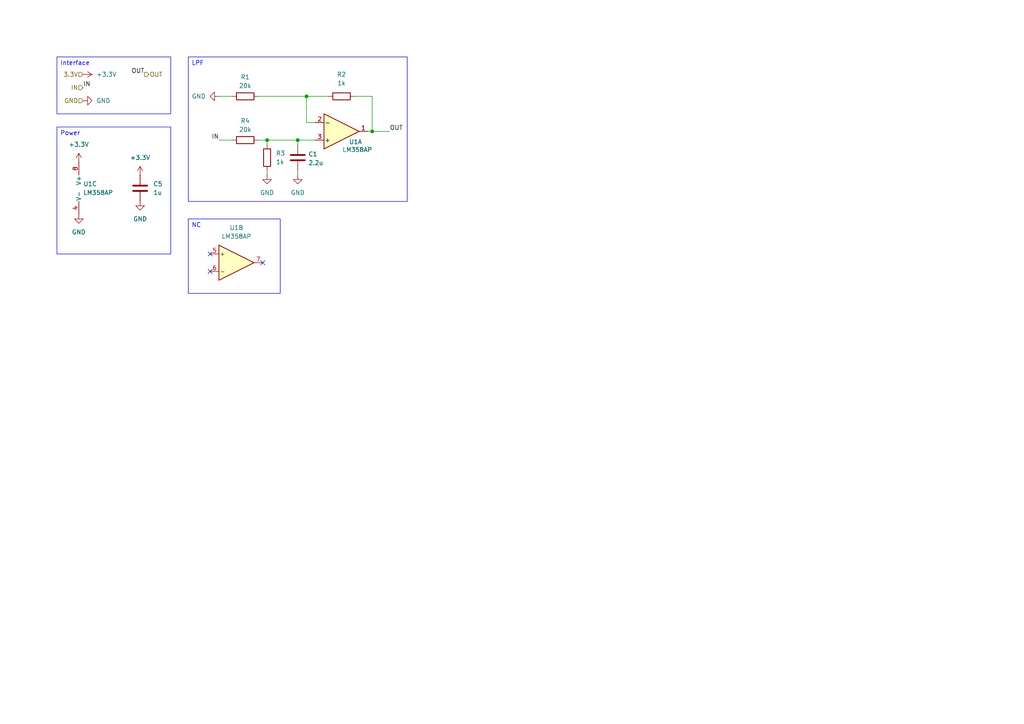
<source format=kicad_sch>
(kicad_sch
	(version 20231120)
	(generator "eeschema")
	(generator_version "8.0")
	(uuid "f7e6727f-1e7b-492c-8aab-3d69ffb0b398")
	(paper "A4")
	(title_block
		(title "Nuclear Buck Converter")
		(date "2025-03-02")
		(rev "v1")
		(company "University of Windsor")
		(comment 1 "Sahana Jayatilaka")
		(comment 2 "Gavin Feher")
		(comment 3 "Collin O'Brien")
	)
	(lib_symbols
		(symbol "Amplifier_Operational:LM358"
			(pin_names
				(offset 0.127)
			)
			(exclude_from_sim no)
			(in_bom yes)
			(on_board yes)
			(property "Reference" "U"
				(at 0 5.08 0)
				(effects
					(font
						(size 1.27 1.27)
					)
					(justify left)
				)
			)
			(property "Value" "LM358"
				(at 0 -5.08 0)
				(effects
					(font
						(size 1.27 1.27)
					)
					(justify left)
				)
			)
			(property "Footprint" ""
				(at 0 0 0)
				(effects
					(font
						(size 1.27 1.27)
					)
					(hide yes)
				)
			)
			(property "Datasheet" "http://www.ti.com/lit/ds/symlink/lm2904-n.pdf"
				(at 0 0 0)
				(effects
					(font
						(size 1.27 1.27)
					)
					(hide yes)
				)
			)
			(property "Description" "Low-Power, Dual Operational Amplifiers, DIP-8/SOIC-8/TO-99-8"
				(at 0 0 0)
				(effects
					(font
						(size 1.27 1.27)
					)
					(hide yes)
				)
			)
			(property "ki_locked" ""
				(at 0 0 0)
				(effects
					(font
						(size 1.27 1.27)
					)
				)
			)
			(property "ki_keywords" "dual opamp"
				(at 0 0 0)
				(effects
					(font
						(size 1.27 1.27)
					)
					(hide yes)
				)
			)
			(property "ki_fp_filters" "SOIC*3.9x4.9mm*P1.27mm* DIP*W7.62mm* TO*99* OnSemi*Micro8* TSSOP*3x3mm*P0.65mm* TSSOP*4.4x3mm*P0.65mm* MSOP*3x3mm*P0.65mm* SSOP*3.9x4.9mm*P0.635mm* LFCSP*2x2mm*P0.5mm* *SIP* SOIC*5.3x6.2mm*P1.27mm*"
				(at 0 0 0)
				(effects
					(font
						(size 1.27 1.27)
					)
					(hide yes)
				)
			)
			(symbol "LM358_1_1"
				(polyline
					(pts
						(xy -5.08 5.08) (xy 5.08 0) (xy -5.08 -5.08) (xy -5.08 5.08)
					)
					(stroke
						(width 0.254)
						(type default)
					)
					(fill
						(type background)
					)
				)
				(pin output line
					(at 7.62 0 180)
					(length 2.54)
					(name "~"
						(effects
							(font
								(size 1.27 1.27)
							)
						)
					)
					(number "1"
						(effects
							(font
								(size 1.27 1.27)
							)
						)
					)
				)
				(pin input line
					(at -7.62 -2.54 0)
					(length 2.54)
					(name "-"
						(effects
							(font
								(size 1.27 1.27)
							)
						)
					)
					(number "2"
						(effects
							(font
								(size 1.27 1.27)
							)
						)
					)
				)
				(pin input line
					(at -7.62 2.54 0)
					(length 2.54)
					(name "+"
						(effects
							(font
								(size 1.27 1.27)
							)
						)
					)
					(number "3"
						(effects
							(font
								(size 1.27 1.27)
							)
						)
					)
				)
			)
			(symbol "LM358_2_1"
				(polyline
					(pts
						(xy -5.08 5.08) (xy 5.08 0) (xy -5.08 -5.08) (xy -5.08 5.08)
					)
					(stroke
						(width 0.254)
						(type default)
					)
					(fill
						(type background)
					)
				)
				(pin input line
					(at -7.62 2.54 0)
					(length 2.54)
					(name "+"
						(effects
							(font
								(size 1.27 1.27)
							)
						)
					)
					(number "5"
						(effects
							(font
								(size 1.27 1.27)
							)
						)
					)
				)
				(pin input line
					(at -7.62 -2.54 0)
					(length 2.54)
					(name "-"
						(effects
							(font
								(size 1.27 1.27)
							)
						)
					)
					(number "6"
						(effects
							(font
								(size 1.27 1.27)
							)
						)
					)
				)
				(pin output line
					(at 7.62 0 180)
					(length 2.54)
					(name "~"
						(effects
							(font
								(size 1.27 1.27)
							)
						)
					)
					(number "7"
						(effects
							(font
								(size 1.27 1.27)
							)
						)
					)
				)
			)
			(symbol "LM358_3_1"
				(pin power_in line
					(at -2.54 -7.62 90)
					(length 3.81)
					(name "V-"
						(effects
							(font
								(size 1.27 1.27)
							)
						)
					)
					(number "4"
						(effects
							(font
								(size 1.27 1.27)
							)
						)
					)
				)
				(pin power_in line
					(at -2.54 7.62 270)
					(length 3.81)
					(name "V+"
						(effects
							(font
								(size 1.27 1.27)
							)
						)
					)
					(number "8"
						(effects
							(font
								(size 1.27 1.27)
							)
						)
					)
				)
			)
		)
		(symbol "Device:C"
			(pin_numbers hide)
			(pin_names
				(offset 0.254)
			)
			(exclude_from_sim no)
			(in_bom yes)
			(on_board yes)
			(property "Reference" "C"
				(at 0.635 2.54 0)
				(effects
					(font
						(size 1.27 1.27)
					)
					(justify left)
				)
			)
			(property "Value" "C"
				(at 0.635 -2.54 0)
				(effects
					(font
						(size 1.27 1.27)
					)
					(justify left)
				)
			)
			(property "Footprint" ""
				(at 0.9652 -3.81 0)
				(effects
					(font
						(size 1.27 1.27)
					)
					(hide yes)
				)
			)
			(property "Datasheet" "~"
				(at 0 0 0)
				(effects
					(font
						(size 1.27 1.27)
					)
					(hide yes)
				)
			)
			(property "Description" "Unpolarized capacitor"
				(at 0 0 0)
				(effects
					(font
						(size 1.27 1.27)
					)
					(hide yes)
				)
			)
			(property "ki_keywords" "cap capacitor"
				(at 0 0 0)
				(effects
					(font
						(size 1.27 1.27)
					)
					(hide yes)
				)
			)
			(property "ki_fp_filters" "C_*"
				(at 0 0 0)
				(effects
					(font
						(size 1.27 1.27)
					)
					(hide yes)
				)
			)
			(symbol "C_0_1"
				(polyline
					(pts
						(xy -2.032 -0.762) (xy 2.032 -0.762)
					)
					(stroke
						(width 0.508)
						(type default)
					)
					(fill
						(type none)
					)
				)
				(polyline
					(pts
						(xy -2.032 0.762) (xy 2.032 0.762)
					)
					(stroke
						(width 0.508)
						(type default)
					)
					(fill
						(type none)
					)
				)
			)
			(symbol "C_1_1"
				(pin passive line
					(at 0 3.81 270)
					(length 2.794)
					(name "~"
						(effects
							(font
								(size 1.27 1.27)
							)
						)
					)
					(number "1"
						(effects
							(font
								(size 1.27 1.27)
							)
						)
					)
				)
				(pin passive line
					(at 0 -3.81 90)
					(length 2.794)
					(name "~"
						(effects
							(font
								(size 1.27 1.27)
							)
						)
					)
					(number "2"
						(effects
							(font
								(size 1.27 1.27)
							)
						)
					)
				)
			)
		)
		(symbol "Device:R"
			(pin_numbers hide)
			(pin_names
				(offset 0)
			)
			(exclude_from_sim no)
			(in_bom yes)
			(on_board yes)
			(property "Reference" "R"
				(at 2.032 0 90)
				(effects
					(font
						(size 1.27 1.27)
					)
				)
			)
			(property "Value" "R"
				(at 0 0 90)
				(effects
					(font
						(size 1.27 1.27)
					)
				)
			)
			(property "Footprint" ""
				(at -1.778 0 90)
				(effects
					(font
						(size 1.27 1.27)
					)
					(hide yes)
				)
			)
			(property "Datasheet" "~"
				(at 0 0 0)
				(effects
					(font
						(size 1.27 1.27)
					)
					(hide yes)
				)
			)
			(property "Description" "Resistor"
				(at 0 0 0)
				(effects
					(font
						(size 1.27 1.27)
					)
					(hide yes)
				)
			)
			(property "ki_keywords" "R res resistor"
				(at 0 0 0)
				(effects
					(font
						(size 1.27 1.27)
					)
					(hide yes)
				)
			)
			(property "ki_fp_filters" "R_*"
				(at 0 0 0)
				(effects
					(font
						(size 1.27 1.27)
					)
					(hide yes)
				)
			)
			(symbol "R_0_1"
				(rectangle
					(start -1.016 -2.54)
					(end 1.016 2.54)
					(stroke
						(width 0.254)
						(type default)
					)
					(fill
						(type none)
					)
				)
			)
			(symbol "R_1_1"
				(pin passive line
					(at 0 3.81 270)
					(length 1.27)
					(name "~"
						(effects
							(font
								(size 1.27 1.27)
							)
						)
					)
					(number "1"
						(effects
							(font
								(size 1.27 1.27)
							)
						)
					)
				)
				(pin passive line
					(at 0 -3.81 90)
					(length 1.27)
					(name "~"
						(effects
							(font
								(size 1.27 1.27)
							)
						)
					)
					(number "2"
						(effects
							(font
								(size 1.27 1.27)
							)
						)
					)
				)
			)
		)
		(symbol "power:+3.3V"
			(power)
			(pin_numbers hide)
			(pin_names
				(offset 0) hide)
			(exclude_from_sim no)
			(in_bom yes)
			(on_board yes)
			(property "Reference" "#PWR"
				(at 0 -3.81 0)
				(effects
					(font
						(size 1.27 1.27)
					)
					(hide yes)
				)
			)
			(property "Value" "+3.3V"
				(at 0 3.556 0)
				(effects
					(font
						(size 1.27 1.27)
					)
				)
			)
			(property "Footprint" ""
				(at 0 0 0)
				(effects
					(font
						(size 1.27 1.27)
					)
					(hide yes)
				)
			)
			(property "Datasheet" ""
				(at 0 0 0)
				(effects
					(font
						(size 1.27 1.27)
					)
					(hide yes)
				)
			)
			(property "Description" "Power symbol creates a global label with name \"+3.3V\""
				(at 0 0 0)
				(effects
					(font
						(size 1.27 1.27)
					)
					(hide yes)
				)
			)
			(property "ki_keywords" "global power"
				(at 0 0 0)
				(effects
					(font
						(size 1.27 1.27)
					)
					(hide yes)
				)
			)
			(symbol "+3.3V_0_1"
				(polyline
					(pts
						(xy -0.762 1.27) (xy 0 2.54)
					)
					(stroke
						(width 0)
						(type default)
					)
					(fill
						(type none)
					)
				)
				(polyline
					(pts
						(xy 0 0) (xy 0 2.54)
					)
					(stroke
						(width 0)
						(type default)
					)
					(fill
						(type none)
					)
				)
				(polyline
					(pts
						(xy 0 2.54) (xy 0.762 1.27)
					)
					(stroke
						(width 0)
						(type default)
					)
					(fill
						(type none)
					)
				)
			)
			(symbol "+3.3V_1_1"
				(pin power_in line
					(at 0 0 90)
					(length 0)
					(name "~"
						(effects
							(font
								(size 1.27 1.27)
							)
						)
					)
					(number "1"
						(effects
							(font
								(size 1.27 1.27)
							)
						)
					)
				)
			)
		)
		(symbol "power:GND"
			(power)
			(pin_numbers hide)
			(pin_names
				(offset 0) hide)
			(exclude_from_sim no)
			(in_bom yes)
			(on_board yes)
			(property "Reference" "#PWR"
				(at 0 -6.35 0)
				(effects
					(font
						(size 1.27 1.27)
					)
					(hide yes)
				)
			)
			(property "Value" "GND"
				(at 0 -3.81 0)
				(effects
					(font
						(size 1.27 1.27)
					)
				)
			)
			(property "Footprint" ""
				(at 0 0 0)
				(effects
					(font
						(size 1.27 1.27)
					)
					(hide yes)
				)
			)
			(property "Datasheet" ""
				(at 0 0 0)
				(effects
					(font
						(size 1.27 1.27)
					)
					(hide yes)
				)
			)
			(property "Description" "Power symbol creates a global label with name \"GND\" , ground"
				(at 0 0 0)
				(effects
					(font
						(size 1.27 1.27)
					)
					(hide yes)
				)
			)
			(property "ki_keywords" "global power"
				(at 0 0 0)
				(effects
					(font
						(size 1.27 1.27)
					)
					(hide yes)
				)
			)
			(symbol "GND_0_1"
				(polyline
					(pts
						(xy 0 0) (xy 0 -1.27) (xy 1.27 -1.27) (xy 0 -2.54) (xy -1.27 -1.27) (xy 0 -1.27)
					)
					(stroke
						(width 0)
						(type default)
					)
					(fill
						(type none)
					)
				)
			)
			(symbol "GND_1_1"
				(pin power_in line
					(at 0 0 270)
					(length 0)
					(name "~"
						(effects
							(font
								(size 1.27 1.27)
							)
						)
					)
					(number "1"
						(effects
							(font
								(size 1.27 1.27)
							)
						)
					)
				)
			)
		)
	)
	(junction
		(at 88.9 27.94)
		(diameter 0)
		(color 0 0 0 0)
		(uuid "40c84e56-9d25-482d-9865-cf699a7ad0d3")
	)
	(junction
		(at 77.47 40.64)
		(diameter 0)
		(color 0 0 0 0)
		(uuid "4bd4224a-6922-4f46-9a02-f240bd3ecb9e")
	)
	(junction
		(at 107.95 38.1)
		(diameter 0)
		(color 0 0 0 0)
		(uuid "861a259b-e96e-40cc-a3bd-3cda08a8acd3")
	)
	(junction
		(at 86.36 40.64)
		(diameter 0)
		(color 0 0 0 0)
		(uuid "b32e0f3f-132a-4e3f-9831-659ab16ebd8d")
	)
	(no_connect
		(at 60.96 73.66)
		(uuid "0a1cf18a-e2ea-4984-b9ed-588ebb70df3b")
	)
	(no_connect
		(at 60.96 78.74)
		(uuid "889f8a40-3f43-4b40-8fee-03a446427d5c")
	)
	(no_connect
		(at 76.2 76.2)
		(uuid "8c4da100-bcd8-46d7-b28f-f0ba5b2af6ea")
	)
	(wire
		(pts
			(xy 88.9 27.94) (xy 95.25 27.94)
		)
		(stroke
			(width 0)
			(type default)
		)
		(uuid "2c26b481-913a-4851-849e-0b898cc2af9c")
	)
	(wire
		(pts
			(xy 86.36 50.8) (xy 86.36 49.53)
		)
		(stroke
			(width 0)
			(type default)
		)
		(uuid "32923bb9-5851-423b-8c1b-32bb539a9bcc")
	)
	(wire
		(pts
			(xy 77.47 50.8) (xy 77.47 49.53)
		)
		(stroke
			(width 0)
			(type default)
		)
		(uuid "37b3ed47-c05e-4dc4-b8dd-91a2af13f9cf")
	)
	(wire
		(pts
			(xy 74.93 27.94) (xy 88.9 27.94)
		)
		(stroke
			(width 0)
			(type default)
		)
		(uuid "43416116-4ca3-478a-9b92-b956bc92ba97")
	)
	(wire
		(pts
			(xy 67.31 40.64) (xy 63.5 40.64)
		)
		(stroke
			(width 0)
			(type default)
		)
		(uuid "54f6e7da-7ba6-4767-aa62-749c5568ee52")
	)
	(wire
		(pts
			(xy 102.87 27.94) (xy 107.95 27.94)
		)
		(stroke
			(width 0)
			(type default)
		)
		(uuid "54fb2804-cb50-4997-83c5-134e60d7db71")
	)
	(wire
		(pts
			(xy 63.5 27.94) (xy 67.31 27.94)
		)
		(stroke
			(width 0)
			(type default)
		)
		(uuid "5fef845a-3955-46b5-a7d8-f70f4d6867b2")
	)
	(wire
		(pts
			(xy 88.9 35.56) (xy 91.44 35.56)
		)
		(stroke
			(width 0)
			(type default)
		)
		(uuid "607f1378-b39b-4e43-b614-ebf6a1d8098e")
	)
	(wire
		(pts
			(xy 107.95 38.1) (xy 106.68 38.1)
		)
		(stroke
			(width 0)
			(type default)
		)
		(uuid "7a3668e9-4627-4e05-9ef3-0b41882a3bfe")
	)
	(wire
		(pts
			(xy 86.36 41.91) (xy 86.36 40.64)
		)
		(stroke
			(width 0)
			(type default)
		)
		(uuid "97b899a0-8bd8-4df1-9f6c-d60229ccc352")
	)
	(wire
		(pts
			(xy 88.9 27.94) (xy 88.9 35.56)
		)
		(stroke
			(width 0)
			(type default)
		)
		(uuid "9cfc7f5c-f87a-4d9a-83e7-261869bbab0e")
	)
	(wire
		(pts
			(xy 86.36 40.64) (xy 91.44 40.64)
		)
		(stroke
			(width 0)
			(type default)
		)
		(uuid "b1f7fb3e-fb3c-413d-ab10-97bbd6324cf2")
	)
	(wire
		(pts
			(xy 107.95 27.94) (xy 107.95 38.1)
		)
		(stroke
			(width 0)
			(type default)
		)
		(uuid "c7ea21df-7da3-4fdc-8e12-29034db695e5")
	)
	(wire
		(pts
			(xy 77.47 40.64) (xy 86.36 40.64)
		)
		(stroke
			(width 0)
			(type default)
		)
		(uuid "c858825e-fbfc-4649-8906-27b1fcdc3cd3")
	)
	(wire
		(pts
			(xy 74.93 40.64) (xy 77.47 40.64)
		)
		(stroke
			(width 0)
			(type default)
		)
		(uuid "d941ad24-659c-4df2-81eb-57e7ecbe5ccc")
	)
	(wire
		(pts
			(xy 77.47 41.91) (xy 77.47 40.64)
		)
		(stroke
			(width 0)
			(type default)
		)
		(uuid "e9a1dc44-0c6b-45d9-8e31-4382424b7108")
	)
	(wire
		(pts
			(xy 107.95 38.1) (xy 113.03 38.1)
		)
		(stroke
			(width 0)
			(type default)
		)
		(uuid "f98b93e6-5c17-4afe-b731-2248db1b05a2")
	)
	(text_box "Power"
		(exclude_from_sim no)
		(at 16.51 36.83 0)
		(size 33.02 36.83)
		(stroke
			(width 0)
			(type default)
		)
		(fill
			(type none)
		)
		(effects
			(font
				(size 1.27 1.27)
			)
			(justify left top)
		)
		(uuid "70d2fa05-e62b-40d9-b6d9-0f8674263125")
	)
	(text_box "LPF"
		(exclude_from_sim no)
		(at 54.61 16.51 0)
		(size 63.5 41.91)
		(stroke
			(width 0)
			(type default)
		)
		(fill
			(type none)
		)
		(effects
			(font
				(size 1.27 1.27)
			)
			(justify left top)
		)
		(uuid "9c744da0-38eb-429a-8650-854e61e559b7")
	)
	(text_box "NC\n"
		(exclude_from_sim no)
		(at 54.61 63.5 0)
		(size 26.67 21.59)
		(stroke
			(width 0)
			(type default)
		)
		(fill
			(type none)
		)
		(effects
			(font
				(size 1.27 1.27)
			)
			(justify left top)
		)
		(uuid "a9c0432f-d655-4d17-984d-f6f386300f04")
	)
	(text_box "Interface\n"
		(exclude_from_sim no)
		(at 16.51 16.51 0)
		(size 33.02 16.51)
		(stroke
			(width 0)
			(type default)
		)
		(fill
			(type none)
		)
		(effects
			(font
				(size 1.27 1.27)
			)
			(justify left top)
		)
		(uuid "e84949a9-e9d4-4ddb-9d51-484b47994a41")
	)
	(label "OUT"
		(at 41.91 21.59 180)
		(fields_autoplaced yes)
		(effects
			(font
				(size 1.27 1.27)
			)
			(justify right bottom)
		)
		(uuid "34d4655f-5531-4b63-8e53-1c5c95d3581e")
	)
	(label "OUT"
		(at 113.03 38.1 0)
		(fields_autoplaced yes)
		(effects
			(font
				(size 1.27 1.27)
			)
			(justify left bottom)
		)
		(uuid "57756f82-a70d-4d34-8a33-6f2fc72fa51f")
	)
	(label "IN"
		(at 63.5 40.64 180)
		(fields_autoplaced yes)
		(effects
			(font
				(size 1.27 1.27)
			)
			(justify right bottom)
		)
		(uuid "5f130385-1328-4de3-a511-4b703bb85584")
	)
	(label "IN"
		(at 24.13 25.4 0)
		(fields_autoplaced yes)
		(effects
			(font
				(size 1.27 1.27)
			)
			(justify left bottom)
		)
		(uuid "7ab9f1cc-fad7-4d95-85b3-15e23197b4ea")
	)
	(hierarchical_label "3.3V"
		(shape input)
		(at 24.13 21.59 180)
		(fields_autoplaced yes)
		(effects
			(font
				(size 1.27 1.27)
			)
			(justify right)
		)
		(uuid "03d7cb1e-86d1-47d5-8a1d-d719fb9801bd")
	)
	(hierarchical_label "IN"
		(shape input)
		(at 24.13 25.4 180)
		(fields_autoplaced yes)
		(effects
			(font
				(size 1.27 1.27)
			)
			(justify right)
		)
		(uuid "44f69bd8-086b-42fd-9d7c-83d3a911c9f9")
	)
	(hierarchical_label "GND"
		(shape input)
		(at 24.13 29.21 180)
		(fields_autoplaced yes)
		(effects
			(font
				(size 1.27 1.27)
			)
			(justify right)
		)
		(uuid "82a60f53-8d71-4fef-ae2e-d0c5bd43bd0f")
	)
	(hierarchical_label "OUT"
		(shape output)
		(at 41.91 21.59 0)
		(fields_autoplaced yes)
		(effects
			(font
				(size 1.27 1.27)
			)
			(justify left)
		)
		(uuid "a540de9b-4862-4a9a-a337-06fb48620a77")
	)
	(symbol
		(lib_id "power:GND")
		(at 86.36 50.8 0)
		(unit 1)
		(exclude_from_sim no)
		(in_bom yes)
		(on_board yes)
		(dnp no)
		(fields_autoplaced yes)
		(uuid "0ed084f6-d822-4046-a1d9-b976b1d09f94")
		(property "Reference" "#PWR015"
			(at 86.36 57.15 0)
			(effects
				(font
					(size 1.27 1.27)
				)
				(hide yes)
			)
		)
		(property "Value" "GND"
			(at 86.36 55.88 0)
			(effects
				(font
					(size 1.27 1.27)
				)
			)
		)
		(property "Footprint" ""
			(at 86.36 50.8 0)
			(effects
				(font
					(size 1.27 1.27)
				)
				(hide yes)
			)
		)
		(property "Datasheet" ""
			(at 86.36 50.8 0)
			(effects
				(font
					(size 1.27 1.27)
				)
				(hide yes)
			)
		)
		(property "Description" "Power symbol creates a global label with name \"GND\" , ground"
			(at 86.36 50.8 0)
			(effects
				(font
					(size 1.27 1.27)
				)
				(hide yes)
			)
		)
		(pin "1"
			(uuid "9245b465-f009-45a8-b06b-8687d20d5cdb")
		)
		(instances
			(project "Buck_PCB"
				(path "/88f06d5c-7944-4639-9728-52fd37ec4de1/bbdc772a-6d03-4af7-bee3-a11034f3829f"
					(reference "#PWR015")
					(unit 1)
				)
			)
		)
	)
	(symbol
		(lib_id "power:GND")
		(at 22.86 62.23 0)
		(unit 1)
		(exclude_from_sim no)
		(in_bom yes)
		(on_board yes)
		(dnp no)
		(fields_autoplaced yes)
		(uuid "106287ae-e727-4cd3-ad08-d536d19eca19")
		(property "Reference" "#PWR011"
			(at 22.86 68.58 0)
			(effects
				(font
					(size 1.27 1.27)
				)
				(hide yes)
			)
		)
		(property "Value" "GND"
			(at 22.86 67.31 0)
			(effects
				(font
					(size 1.27 1.27)
				)
			)
		)
		(property "Footprint" ""
			(at 22.86 62.23 0)
			(effects
				(font
					(size 1.27 1.27)
				)
				(hide yes)
			)
		)
		(property "Datasheet" ""
			(at 22.86 62.23 0)
			(effects
				(font
					(size 1.27 1.27)
				)
				(hide yes)
			)
		)
		(property "Description" "Power symbol creates a global label with name \"GND\" , ground"
			(at 22.86 62.23 0)
			(effects
				(font
					(size 1.27 1.27)
				)
				(hide yes)
			)
		)
		(pin "1"
			(uuid "3344d51b-095c-4fab-baf3-de24ae63aef0")
		)
		(instances
			(project "Buck_PCB"
				(path "/88f06d5c-7944-4639-9728-52fd37ec4de1/bbdc772a-6d03-4af7-bee3-a11034f3829f"
					(reference "#PWR011")
					(unit 1)
				)
			)
		)
	)
	(symbol
		(lib_id "power:GND")
		(at 63.5 27.94 270)
		(unit 1)
		(exclude_from_sim no)
		(in_bom yes)
		(on_board yes)
		(dnp no)
		(fields_autoplaced yes)
		(uuid "11cabefa-3775-4f04-b119-bb53f6038ba1")
		(property "Reference" "#PWR013"
			(at 57.15 27.94 0)
			(effects
				(font
					(size 1.27 1.27)
				)
				(hide yes)
			)
		)
		(property "Value" "GND"
			(at 59.69 27.9399 90)
			(effects
				(font
					(size 1.27 1.27)
				)
				(justify right)
			)
		)
		(property "Footprint" ""
			(at 63.5 27.94 0)
			(effects
				(font
					(size 1.27 1.27)
				)
				(hide yes)
			)
		)
		(property "Datasheet" ""
			(at 63.5 27.94 0)
			(effects
				(font
					(size 1.27 1.27)
				)
				(hide yes)
			)
		)
		(property "Description" "Power symbol creates a global label with name \"GND\" , ground"
			(at 63.5 27.94 0)
			(effects
				(font
					(size 1.27 1.27)
				)
				(hide yes)
			)
		)
		(pin "1"
			(uuid "479422c5-e320-4dd0-88ec-5154c15aaeaf")
		)
		(instances
			(project "Buck_PCB"
				(path "/88f06d5c-7944-4639-9728-52fd37ec4de1/bbdc772a-6d03-4af7-bee3-a11034f3829f"
					(reference "#PWR013")
					(unit 1)
				)
			)
		)
	)
	(symbol
		(lib_id "power:+3.3V")
		(at 24.13 21.59 270)
		(unit 1)
		(exclude_from_sim no)
		(in_bom yes)
		(on_board yes)
		(dnp no)
		(fields_autoplaced yes)
		(uuid "181a0601-7060-4413-ac4d-b4a6e5793450")
		(property "Reference" "#PWR09"
			(at 20.32 21.59 0)
			(effects
				(font
					(size 1.27 1.27)
				)
				(hide yes)
			)
		)
		(property "Value" "+3.3V"
			(at 27.94 21.5899 90)
			(effects
				(font
					(size 1.27 1.27)
				)
				(justify left)
			)
		)
		(property "Footprint" ""
			(at 24.13 21.59 0)
			(effects
				(font
					(size 1.27 1.27)
				)
				(hide yes)
			)
		)
		(property "Datasheet" ""
			(at 24.13 21.59 0)
			(effects
				(font
					(size 1.27 1.27)
				)
				(hide yes)
			)
		)
		(property "Description" "Power symbol creates a global label with name \"+3.3V\""
			(at 24.13 21.59 0)
			(effects
				(font
					(size 1.27 1.27)
				)
				(hide yes)
			)
		)
		(pin "1"
			(uuid "0efb50cc-2738-43ae-9708-1ee17aeb9e45")
		)
		(instances
			(project ""
				(path "/88f06d5c-7944-4639-9728-52fd37ec4de1/bbdc772a-6d03-4af7-bee3-a11034f3829f"
					(reference "#PWR09")
					(unit 1)
				)
			)
		)
	)
	(symbol
		(lib_id "Amplifier_Operational:LM358")
		(at 99.06 38.1 0)
		(mirror x)
		(unit 1)
		(exclude_from_sim no)
		(in_bom yes)
		(on_board yes)
		(dnp no)
		(uuid "379118fe-f66d-4d1e-9392-ac332e7754b5")
		(property "Reference" "U1"
			(at 103.124 41.148 0)
			(effects
				(font
					(size 1.27 1.27)
				)
			)
		)
		(property "Value" "LM358AP"
			(at 103.632 43.434 0)
			(effects
				(font
					(size 1.27 1.27)
				)
			)
		)
		(property "Footprint" "LM358AP:DIP794W45P254L959H508Q8"
			(at 99.06 38.1 0)
			(effects
				(font
					(size 1.27 1.27)
				)
				(hide yes)
			)
		)
		(property "Datasheet" "https://www.ti.com/lit/ds/symlink/lm358.pdf?HQS=dis-dk-null-digikeymode-dsf-pf-null-wwe&ts=1740785935033&ref_url=https%253A%252F%252Fwww.ti.com%252Fgeneral%252Fdocs%252Fsuppproductinfo.tsp%253FdistId%253D10%2526gotoUrl%253Dhttps%253A%252F%252Fwww.ti.com%252Flit%252Fgpn%252Flm358"
			(at 99.06 38.1 0)
			(effects
				(font
					(size 1.27 1.27)
				)
				(hide yes)
			)
		)
		(property "Description" "Active Power LPF Op-amp"
			(at 99.06 38.1 0)
			(effects
				(font
					(size 1.27 1.27)
				)
				(hide yes)
			)
		)
		(property "Part Number" "LM358AP"
			(at 104.902 42.164 0)
			(effects
				(font
					(size 1.27 1.27)
				)
				(hide yes)
			)
		)
		(pin "5"
			(uuid "1bcf03ba-2d38-44dc-a9aa-b75fde12b3bc")
		)
		(pin "4"
			(uuid "464b7ccf-51ac-4a04-b17a-58a05617b9e1")
		)
		(pin "2"
			(uuid "d8b57f14-e0f6-457f-8c9f-a6447d7f712e")
		)
		(pin "7"
			(uuid "fbf79a6f-2b9b-4e50-afe2-f837f251ad37")
		)
		(pin "1"
			(uuid "bf60e39d-96a7-4f31-8a44-f93005ad513d")
		)
		(pin "6"
			(uuid "4fa6137e-81f3-4dad-91c2-2f54ee68255b")
		)
		(pin "8"
			(uuid "9fb5828d-2d2f-4c43-80d9-ab3983b4a62f")
		)
		(pin "3"
			(uuid "4da6920d-a91b-4c07-8c1b-0818da0d3c7c")
		)
		(instances
			(project ""
				(path "/88f06d5c-7944-4639-9728-52fd37ec4de1/bbdc772a-6d03-4af7-bee3-a11034f3829f"
					(reference "U1")
					(unit 1)
				)
			)
		)
	)
	(symbol
		(lib_id "Device:R")
		(at 71.12 27.94 270)
		(unit 1)
		(exclude_from_sim no)
		(in_bom yes)
		(on_board yes)
		(dnp no)
		(uuid "4643c395-87a8-4673-b578-503440cf978e")
		(property "Reference" "R1"
			(at 71.12 22.352 90)
			(effects
				(font
					(size 1.27 1.27)
				)
			)
		)
		(property "Value" "20k"
			(at 71.12 24.892 90)
			(effects
				(font
					(size 1.27 1.27)
				)
			)
		)
		(property "Footprint" "Resistor_SMD:R_0805_2012Metric_Pad1.20x1.40mm_HandSolder"
			(at 71.12 26.162 90)
			(effects
				(font
					(size 1.27 1.27)
				)
				(hide yes)
			)
		)
		(property "Datasheet" "https://www.yageo.com/upload/media/product/products/datasheet/rchip/PYu-RC_Group_51_RoHS_L_12.pdf"
			(at 71.12 27.94 0)
			(effects
				(font
					(size 1.27 1.27)
				)
				(hide yes)
			)
		)
		(property "Description" "Resistor"
			(at 71.12 27.94 0)
			(effects
				(font
					(size 1.27 1.27)
				)
				(hide yes)
			)
		)
		(property "Part Number" "RC0805FR-0720KL"
			(at 71.12 27.94 0)
			(effects
				(font
					(size 1.27 1.27)
				)
				(hide yes)
			)
		)
		(pin "1"
			(uuid "2af01372-4a92-48bd-b278-1ddc3dfce7a7")
		)
		(pin "2"
			(uuid "80a081e8-206c-4da5-8685-64595ba3b204")
		)
		(instances
			(project "Buck_PCB"
				(path "/88f06d5c-7944-4639-9728-52fd37ec4de1/bbdc772a-6d03-4af7-bee3-a11034f3829f"
					(reference "R1")
					(unit 1)
				)
			)
		)
	)
	(symbol
		(lib_id "Amplifier_Operational:LM358")
		(at 68.58 76.2 0)
		(unit 2)
		(exclude_from_sim no)
		(in_bom yes)
		(on_board yes)
		(dnp no)
		(uuid "4698bf96-b699-4370-a7ad-7e2ae6eb7a20")
		(property "Reference" "U1"
			(at 68.58 66.04 0)
			(effects
				(font
					(size 1.27 1.27)
				)
			)
		)
		(property "Value" "LM358AP"
			(at 68.58 68.58 0)
			(effects
				(font
					(size 1.27 1.27)
				)
			)
		)
		(property "Footprint" "LM358AP:DIP794W45P254L959H508Q8"
			(at 68.58 76.2 0)
			(effects
				(font
					(size 1.27 1.27)
				)
				(hide yes)
			)
		)
		(property "Datasheet" "https://www.ti.com/lit/ds/symlink/lm358.pdf?HQS=dis-dk-null-digikeymode-dsf-pf-null-wwe&ts=1740785935033&ref_url=https%253A%252F%252Fwww.ti.com%252Fgeneral%252Fdocs%252Fsuppproductinfo.tsp%253FdistId%253D10%2526gotoUrl%253Dhttps%253A%252F%252Fwww.ti.com%252Flit%252Fgpn%252Flm358"
			(at 68.58 76.2 0)
			(effects
				(font
					(size 1.27 1.27)
				)
				(hide yes)
			)
		)
		(property "Description" "Active Power LPF Op-amp"
			(at 68.58 76.2 0)
			(effects
				(font
					(size 1.27 1.27)
				)
				(hide yes)
			)
		)
		(property "Part Number" "LM358AP"
			(at 68.834 68.58 0)
			(effects
				(font
					(size 1.27 1.27)
				)
				(hide yes)
			)
		)
		(pin "5"
			(uuid "1bcf03ba-2d38-44dc-a9aa-b75fde12b3bd")
		)
		(pin "4"
			(uuid "464b7ccf-51ac-4a04-b17a-58a05617b9e2")
		)
		(pin "2"
			(uuid "d8b57f14-e0f6-457f-8c9f-a6447d7f712f")
		)
		(pin "7"
			(uuid "fbf79a6f-2b9b-4e50-afe2-f837f251ad38")
		)
		(pin "1"
			(uuid "bf60e39d-96a7-4f31-8a44-f93005ad513e")
		)
		(pin "6"
			(uuid "4fa6137e-81f3-4dad-91c2-2f54ee68255c")
		)
		(pin "8"
			(uuid "9fb5828d-2d2f-4c43-80d9-ab3983b4a630")
		)
		(pin "3"
			(uuid "4da6920d-a91b-4c07-8c1b-0818da0d3c7d")
		)
		(instances
			(project ""
				(path "/88f06d5c-7944-4639-9728-52fd37ec4de1/bbdc772a-6d03-4af7-bee3-a11034f3829f"
					(reference "U1")
					(unit 2)
				)
			)
		)
	)
	(symbol
		(lib_id "power:GND")
		(at 77.47 50.8 0)
		(unit 1)
		(exclude_from_sim no)
		(in_bom yes)
		(on_board yes)
		(dnp no)
		(fields_autoplaced yes)
		(uuid "69285811-6d94-4f83-8a88-5c9687242b23")
		(property "Reference" "#PWR014"
			(at 77.47 57.15 0)
			(effects
				(font
					(size 1.27 1.27)
				)
				(hide yes)
			)
		)
		(property "Value" "GND"
			(at 77.47 55.88 0)
			(effects
				(font
					(size 1.27 1.27)
				)
			)
		)
		(property "Footprint" ""
			(at 77.47 50.8 0)
			(effects
				(font
					(size 1.27 1.27)
				)
				(hide yes)
			)
		)
		(property "Datasheet" ""
			(at 77.47 50.8 0)
			(effects
				(font
					(size 1.27 1.27)
				)
				(hide yes)
			)
		)
		(property "Description" "Power symbol creates a global label with name \"GND\" , ground"
			(at 77.47 50.8 0)
			(effects
				(font
					(size 1.27 1.27)
				)
				(hide yes)
			)
		)
		(pin "1"
			(uuid "e5c86a31-a8e6-4184-ace5-ed6dff150fb9")
		)
		(instances
			(project "Buck_PCB"
				(path "/88f06d5c-7944-4639-9728-52fd37ec4de1/bbdc772a-6d03-4af7-bee3-a11034f3829f"
					(reference "#PWR014")
					(unit 1)
				)
			)
		)
	)
	(symbol
		(lib_id "Device:C")
		(at 40.64 54.61 180)
		(unit 1)
		(exclude_from_sim no)
		(in_bom yes)
		(on_board yes)
		(dnp no)
		(fields_autoplaced yes)
		(uuid "b2b8776f-ba6c-4d96-a0fa-0f0872867e37")
		(property "Reference" "C5"
			(at 44.45 53.3399 0)
			(effects
				(font
					(size 1.27 1.27)
				)
				(justify right)
			)
		)
		(property "Value" "1u"
			(at 44.45 55.8799 0)
			(effects
				(font
					(size 1.27 1.27)
				)
				(justify right)
			)
		)
		(property "Footprint" "Capacitor_SMD:C_0805_2012Metric_Pad1.18x1.45mm_HandSolder"
			(at 39.6748 50.8 0)
			(effects
				(font
					(size 1.27 1.27)
				)
				(hide yes)
			)
		)
		(property "Datasheet" "https://www.vishay.com/docs/40179/tmcp.pdf"
			(at 40.64 54.61 0)
			(effects
				(font
					(size 1.27 1.27)
				)
				(hide yes)
			)
		)
		(property "Description" "Tantalum Decoupling Bypass Capacitor"
			(at 40.64 54.61 0)
			(effects
				(font
					(size 1.27 1.27)
				)
				(hide yes)
			)
		)
		(property "Part Number" "TMCP1D105MTRF"
			(at 40.64 54.61 0)
			(effects
				(font
					(size 1.27 1.27)
				)
				(hide yes)
			)
		)
		(pin "2"
			(uuid "4c73d55b-634c-4812-bba0-153fbefb1c1c")
		)
		(pin "1"
			(uuid "6e1d74fa-6420-4212-a905-4372b4d15b2a")
		)
		(instances
			(project "Buck_PCB"
				(path "/88f06d5c-7944-4639-9728-52fd37ec4de1/bbdc772a-6d03-4af7-bee3-a11034f3829f"
					(reference "C5")
					(unit 1)
				)
			)
		)
	)
	(symbol
		(lib_id "Device:R")
		(at 77.47 45.72 180)
		(unit 1)
		(exclude_from_sim no)
		(in_bom yes)
		(on_board yes)
		(dnp no)
		(fields_autoplaced yes)
		(uuid "b58d16cd-b149-46d0-afd7-57ac20e0f996")
		(property "Reference" "R3"
			(at 80.01 44.4499 0)
			(effects
				(font
					(size 1.27 1.27)
				)
				(justify right)
			)
		)
		(property "Value" "1k"
			(at 80.01 46.9899 0)
			(effects
				(font
					(size 1.27 1.27)
				)
				(justify right)
			)
		)
		(property "Footprint" "Resistor_SMD:R_0805_2012Metric_Pad1.20x1.40mm_HandSolder"
			(at 79.248 45.72 90)
			(effects
				(font
					(size 1.27 1.27)
				)
				(hide yes)
			)
		)
		(property "Datasheet" "https://www.seielect.com/catalog/sei-rmcf_rmcp.pdf"
			(at 77.47 45.72 0)
			(effects
				(font
					(size 1.27 1.27)
				)
				(hide yes)
			)
		)
		(property "Description" "Resistor"
			(at 77.47 45.72 0)
			(effects
				(font
					(size 1.27 1.27)
				)
				(hide yes)
			)
		)
		(property "Part Number" "RMCF0805FT1K00"
			(at 77.47 45.72 0)
			(effects
				(font
					(size 1.27 1.27)
				)
				(hide yes)
			)
		)
		(pin "1"
			(uuid "86ab0aa6-ee75-4340-99e6-968c024dd9b5")
		)
		(pin "2"
			(uuid "757edc93-eb07-4198-bbb4-bdb91f7a7835")
		)
		(instances
			(project "Buck_PCB"
				(path "/88f06d5c-7944-4639-9728-52fd37ec4de1/bbdc772a-6d03-4af7-bee3-a11034f3829f"
					(reference "R3")
					(unit 1)
				)
			)
		)
	)
	(symbol
		(lib_id "Device:R")
		(at 99.06 27.94 270)
		(unit 1)
		(exclude_from_sim no)
		(in_bom yes)
		(on_board yes)
		(dnp no)
		(fields_autoplaced yes)
		(uuid "b6aee34f-65cb-43f8-bde5-5ba9283f7a42")
		(property "Reference" "R2"
			(at 99.06 21.59 90)
			(effects
				(font
					(size 1.27 1.27)
				)
			)
		)
		(property "Value" "1k"
			(at 99.06 24.13 90)
			(effects
				(font
					(size 1.27 1.27)
				)
			)
		)
		(property "Footprint" "Resistor_SMD:R_0805_2012Metric_Pad1.20x1.40mm_HandSolder"
			(at 99.06 26.162 90)
			(effects
				(font
					(size 1.27 1.27)
				)
				(hide yes)
			)
		)
		(property "Datasheet" "https://www.seielect.com/catalog/sei-rmcf_rmcp.pdf"
			(at 99.06 27.94 0)
			(effects
				(font
					(size 1.27 1.27)
				)
				(hide yes)
			)
		)
		(property "Description" "Resistor"
			(at 99.06 27.94 0)
			(effects
				(font
					(size 1.27 1.27)
				)
				(hide yes)
			)
		)
		(property "Part Number" "RMCF0805FT1K00"
			(at 99.06 27.94 0)
			(effects
				(font
					(size 1.27 1.27)
				)
				(hide yes)
			)
		)
		(pin "1"
			(uuid "8d14601a-a245-45d1-86cd-f8a0efd8d82d")
		)
		(pin "2"
			(uuid "215483e9-2cdc-4b49-bdfa-553f61d9374c")
		)
		(instances
			(project "Buck_PCB"
				(path "/88f06d5c-7944-4639-9728-52fd37ec4de1/bbdc772a-6d03-4af7-bee3-a11034f3829f"
					(reference "R2")
					(unit 1)
				)
			)
		)
	)
	(symbol
		(lib_id "Device:R")
		(at 71.12 40.64 270)
		(unit 1)
		(exclude_from_sim no)
		(in_bom yes)
		(on_board yes)
		(dnp no)
		(uuid "bfdf991e-ba39-4839-96ac-30b7cb445514")
		(property "Reference" "R4"
			(at 71.12 35.052 90)
			(effects
				(font
					(size 1.27 1.27)
				)
			)
		)
		(property "Value" "20k"
			(at 71.12 37.592 90)
			(effects
				(font
					(size 1.27 1.27)
				)
			)
		)
		(property "Footprint" "Resistor_SMD:R_0805_2012Metric_Pad1.20x1.40mm_HandSolder"
			(at 71.12 38.862 90)
			(effects
				(font
					(size 1.27 1.27)
				)
				(hide yes)
			)
		)
		(property "Datasheet" "https://www.yageo.com/upload/media/product/products/datasheet/rchip/PYu-RC_Group_51_RoHS_L_12.pdf"
			(at 71.12 40.64 0)
			(effects
				(font
					(size 1.27 1.27)
				)
				(hide yes)
			)
		)
		(property "Description" "Resistor"
			(at 71.12 40.64 0)
			(effects
				(font
					(size 1.27 1.27)
				)
				(hide yes)
			)
		)
		(property "Part Number" "RC0805FR-0720KL"
			(at 71.12 40.64 0)
			(effects
				(font
					(size 1.27 1.27)
				)
				(hide yes)
			)
		)
		(pin "1"
			(uuid "10ea9b75-e535-4402-8e48-e8c0a8c5d70e")
		)
		(pin "2"
			(uuid "d0cc5cdc-d5f8-4eb6-bc3e-6cb6153d9715")
		)
		(instances
			(project "Buck_PCB"
				(path "/88f06d5c-7944-4639-9728-52fd37ec4de1/bbdc772a-6d03-4af7-bee3-a11034f3829f"
					(reference "R4")
					(unit 1)
				)
			)
		)
	)
	(symbol
		(lib_id "power:GND")
		(at 40.64 58.42 0)
		(unit 1)
		(exclude_from_sim no)
		(in_bom yes)
		(on_board yes)
		(dnp no)
		(fields_autoplaced yes)
		(uuid "cd337bdb-9f87-466a-adc6-f0ada4c26fe4")
		(property "Reference" "#PWR017"
			(at 40.64 64.77 0)
			(effects
				(font
					(size 1.27 1.27)
				)
				(hide yes)
			)
		)
		(property "Value" "GND"
			(at 40.64 63.5 0)
			(effects
				(font
					(size 1.27 1.27)
				)
			)
		)
		(property "Footprint" ""
			(at 40.64 58.42 0)
			(effects
				(font
					(size 1.27 1.27)
				)
				(hide yes)
			)
		)
		(property "Datasheet" ""
			(at 40.64 58.42 0)
			(effects
				(font
					(size 1.27 1.27)
				)
				(hide yes)
			)
		)
		(property "Description" "Power symbol creates a global label with name \"GND\" , ground"
			(at 40.64 58.42 0)
			(effects
				(font
					(size 1.27 1.27)
				)
				(hide yes)
			)
		)
		(pin "1"
			(uuid "3e9d6a50-558a-4dbe-a217-2bf080eb1fe9")
		)
		(instances
			(project "Buck_PCB"
				(path "/88f06d5c-7944-4639-9728-52fd37ec4de1/bbdc772a-6d03-4af7-bee3-a11034f3829f"
					(reference "#PWR017")
					(unit 1)
				)
			)
		)
	)
	(symbol
		(lib_id "power:GND")
		(at 24.13 29.21 90)
		(unit 1)
		(exclude_from_sim no)
		(in_bom yes)
		(on_board yes)
		(dnp no)
		(uuid "ce7b631a-7bd1-4d9d-ba78-8015df5ef674")
		(property "Reference" "#PWR010"
			(at 30.48 29.21 0)
			(effects
				(font
					(size 1.27 1.27)
				)
				(hide yes)
			)
		)
		(property "Value" "GND"
			(at 29.972 29.21 90)
			(effects
				(font
					(size 1.27 1.27)
				)
			)
		)
		(property "Footprint" ""
			(at 24.13 29.21 0)
			(effects
				(font
					(size 1.27 1.27)
				)
				(hide yes)
			)
		)
		(property "Datasheet" ""
			(at 24.13 29.21 0)
			(effects
				(font
					(size 1.27 1.27)
				)
				(hide yes)
			)
		)
		(property "Description" "Power symbol creates a global label with name \"GND\" , ground"
			(at 24.13 29.21 0)
			(effects
				(font
					(size 1.27 1.27)
				)
				(hide yes)
			)
		)
		(pin "1"
			(uuid "723cdfd4-280a-479b-90d5-42a99aec2b64")
		)
		(instances
			(project ""
				(path "/88f06d5c-7944-4639-9728-52fd37ec4de1/bbdc772a-6d03-4af7-bee3-a11034f3829f"
					(reference "#PWR010")
					(unit 1)
				)
			)
		)
	)
	(symbol
		(lib_id "Amplifier_Operational:LM358")
		(at 25.4 54.61 0)
		(unit 3)
		(exclude_from_sim no)
		(in_bom yes)
		(on_board yes)
		(dnp no)
		(fields_autoplaced yes)
		(uuid "d5020804-a5be-49d2-ab1a-e9fc78a8406c")
		(property "Reference" "U1"
			(at 24.13 53.3399 0)
			(effects
				(font
					(size 1.27 1.27)
				)
				(justify left)
			)
		)
		(property "Value" "LM358AP"
			(at 24.13 55.8799 0)
			(effects
				(font
					(size 1.27 1.27)
				)
				(justify left)
			)
		)
		(property "Footprint" "LM358AP:DIP794W45P254L959H508Q8"
			(at 25.4 54.61 0)
			(effects
				(font
					(size 1.27 1.27)
				)
				(hide yes)
			)
		)
		(property "Datasheet" "https://www.ti.com/lit/ds/symlink/lm358.pdf?HQS=dis-dk-null-digikeymode-dsf-pf-null-wwe&ts=1740785935033&ref_url=https%253A%252F%252Fwww.ti.com%252Fgeneral%252Fdocs%252Fsuppproductinfo.tsp%253FdistId%253D10%2526gotoUrl%253Dhttps%253A%252F%252Fwww.ti.com%252Flit%252Fgpn%252Flm358"
			(at 25.4 54.61 0)
			(effects
				(font
					(size 1.27 1.27)
				)
				(hide yes)
			)
		)
		(property "Description" "Active Power LPF Op-amp"
			(at 25.4 54.61 0)
			(effects
				(font
					(size 1.27 1.27)
				)
				(hide yes)
			)
		)
		(property "Part Number" "LM358AP"
			(at 25.4 54.61 0)
			(effects
				(font
					(size 1.27 1.27)
				)
				(hide yes)
			)
		)
		(pin "5"
			(uuid "1bcf03ba-2d38-44dc-a9aa-b75fde12b3be")
		)
		(pin "4"
			(uuid "464b7ccf-51ac-4a04-b17a-58a05617b9e3")
		)
		(pin "2"
			(uuid "d8b57f14-e0f6-457f-8c9f-a6447d7f7130")
		)
		(pin "7"
			(uuid "fbf79a6f-2b9b-4e50-afe2-f837f251ad39")
		)
		(pin "1"
			(uuid "bf60e39d-96a7-4f31-8a44-f93005ad513f")
		)
		(pin "6"
			(uuid "4fa6137e-81f3-4dad-91c2-2f54ee68255d")
		)
		(pin "8"
			(uuid "9fb5828d-2d2f-4c43-80d9-ab3983b4a631")
		)
		(pin "3"
			(uuid "4da6920d-a91b-4c07-8c1b-0818da0d3c7e")
		)
		(instances
			(project ""
				(path "/88f06d5c-7944-4639-9728-52fd37ec4de1/bbdc772a-6d03-4af7-bee3-a11034f3829f"
					(reference "U1")
					(unit 3)
				)
			)
		)
	)
	(symbol
		(lib_id "Device:C")
		(at 86.36 45.72 0)
		(unit 1)
		(exclude_from_sim no)
		(in_bom yes)
		(on_board yes)
		(dnp no)
		(uuid "de555af0-c3f7-4340-969f-0610304bdacc")
		(property "Reference" "C1"
			(at 89.408 44.704 0)
			(effects
				(font
					(size 1.27 1.27)
				)
				(justify left)
			)
		)
		(property "Value" "2.2u"
			(at 89.408 47.244 0)
			(effects
				(font
					(size 1.27 1.27)
				)
				(justify left)
			)
		)
		(property "Footprint" "Capacitor_SMD:C_0805_2012Metric_Pad1.18x1.45mm_HandSolder"
			(at 87.3252 49.53 0)
			(effects
				(font
					(size 1.27 1.27)
				)
				(hide yes)
			)
		)
		(property "Datasheet" "https://mm.digikey.com/Volume0/opasdata/d220001/medias/docus/41/CL21A225KBFNNNE_Spec.pdf"
			(at 86.36 45.72 0)
			(effects
				(font
					(size 1.27 1.27)
				)
				(hide yes)
			)
		)
		(property "Description" "Ceramic Capacitor"
			(at 86.36 45.72 0)
			(effects
				(font
					(size 1.27 1.27)
				)
				(hide yes)
			)
		)
		(property "Part Number" "CL21A225KBFNNNE"
			(at 86.36 45.72 0)
			(effects
				(font
					(size 1.27 1.27)
				)
				(hide yes)
			)
		)
		(pin "2"
			(uuid "4ebaa20e-8a95-4db8-aeb0-0faa73b335fa")
		)
		(pin "1"
			(uuid "6d538ab4-52df-4ad1-86c0-d71bf416510a")
		)
		(instances
			(project ""
				(path "/88f06d5c-7944-4639-9728-52fd37ec4de1/bbdc772a-6d03-4af7-bee3-a11034f3829f"
					(reference "C1")
					(unit 1)
				)
			)
		)
	)
	(symbol
		(lib_id "power:+3.3V")
		(at 22.86 46.99 0)
		(unit 1)
		(exclude_from_sim no)
		(in_bom yes)
		(on_board yes)
		(dnp no)
		(fields_autoplaced yes)
		(uuid "e46e36a7-9e2f-4c51-8ed3-0df04d052d08")
		(property "Reference" "#PWR012"
			(at 22.86 50.8 0)
			(effects
				(font
					(size 1.27 1.27)
				)
				(hide yes)
			)
		)
		(property "Value" "+3.3V"
			(at 22.86 41.91 0)
			(effects
				(font
					(size 1.27 1.27)
				)
			)
		)
		(property "Footprint" ""
			(at 22.86 46.99 0)
			(effects
				(font
					(size 1.27 1.27)
				)
				(hide yes)
			)
		)
		(property "Datasheet" ""
			(at 22.86 46.99 0)
			(effects
				(font
					(size 1.27 1.27)
				)
				(hide yes)
			)
		)
		(property "Description" "Power symbol creates a global label with name \"+3.3V\""
			(at 22.86 46.99 0)
			(effects
				(font
					(size 1.27 1.27)
				)
				(hide yes)
			)
		)
		(pin "1"
			(uuid "338002bc-9df6-45c0-9e37-0dd2a50351de")
		)
		(instances
			(project "Buck_PCB"
				(path "/88f06d5c-7944-4639-9728-52fd37ec4de1/bbdc772a-6d03-4af7-bee3-a11034f3829f"
					(reference "#PWR012")
					(unit 1)
				)
			)
		)
	)
	(symbol
		(lib_id "power:+3.3V")
		(at 40.64 50.8 0)
		(unit 1)
		(exclude_from_sim no)
		(in_bom yes)
		(on_board yes)
		(dnp no)
		(fields_autoplaced yes)
		(uuid "ec610226-7f58-4b5c-a0b7-f25714a3f3ce")
		(property "Reference" "#PWR016"
			(at 40.64 54.61 0)
			(effects
				(font
					(size 1.27 1.27)
				)
				(hide yes)
			)
		)
		(property "Value" "+3.3V"
			(at 40.64 45.72 0)
			(effects
				(font
					(size 1.27 1.27)
				)
			)
		)
		(property "Footprint" ""
			(at 40.64 50.8 0)
			(effects
				(font
					(size 1.27 1.27)
				)
				(hide yes)
			)
		)
		(property "Datasheet" ""
			(at 40.64 50.8 0)
			(effects
				(font
					(size 1.27 1.27)
				)
				(hide yes)
			)
		)
		(property "Description" "Power symbol creates a global label with name \"+3.3V\""
			(at 40.64 50.8 0)
			(effects
				(font
					(size 1.27 1.27)
				)
				(hide yes)
			)
		)
		(pin "1"
			(uuid "72eeb7f3-d720-4c1a-bc08-c57fa2d64f72")
		)
		(instances
			(project "Buck_PCB"
				(path "/88f06d5c-7944-4639-9728-52fd37ec4de1/bbdc772a-6d03-4af7-bee3-a11034f3829f"
					(reference "#PWR016")
					(unit 1)
				)
			)
		)
	)
)

</source>
